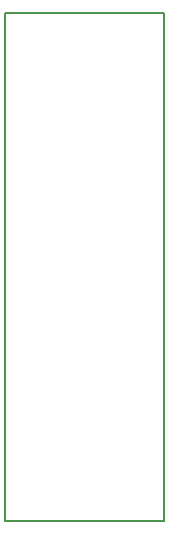
<source format=gbr>
G04 DipTrace 3.0.0.1*
G04 BoardOutline.gbr*
%MOIN*%
G04 #@! TF.FileFunction,Profile*
G04 #@! TF.Part,Single*
%ADD11C,0.006*%
%FSLAX26Y26*%
G04*
G70*
G90*
G75*
G01*
G04 BoardOutline*
%LPD*%
X393701Y393701D2*
D11*
X925197D1*
Y2086614D1*
X393701D1*
Y393701D1*
M02*

</source>
